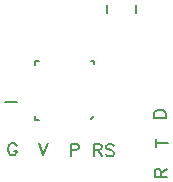
<source format=gto>
G04 DipTrace Beta 2.3.5.2*
%INsubMicroLRSv2_0603.GTO*%
%MOIN*%
%ADD13C,0.008*%
%ADD40C,0.0062*%
%FSLAX44Y44*%
G04*
G70*
G90*
G75*
G01*
%LNTop TopSilk*%
%LPD*%
X1240Y4100D2*
D13*
Y4240D1*
Y4250D2*
X1350D1*
X3080D2*
X3210D1*
Y4150D1*
X3080Y2290D2*
X3200Y2410D1*
X1230Y2400D2*
Y2280D1*
X1360D1*
X240Y2870D2*
X630D1*
X3620Y6090D2*
Y5840D1*
X4580Y6090D2*
Y5830D1*
X621Y1406D2*
D40*
X602Y1444D1*
X563Y1483D1*
X525Y1502D1*
X449D1*
X410Y1483D1*
X372Y1444D1*
X353Y1406D1*
X334Y1349D1*
Y1253D1*
X353Y1196D1*
X372Y1157D1*
X410Y1119D1*
X449Y1100D1*
X525D1*
X563Y1119D1*
X602Y1157D1*
X621Y1196D1*
Y1253D1*
X525D1*
X1354Y1494D2*
X1507Y1092D1*
X1660Y1494D1*
X2424Y1274D2*
X2596D1*
X2653Y1293D1*
X2673Y1312D1*
X2692Y1350D1*
Y1408D1*
X2673Y1446D1*
X2653Y1465D1*
X2596Y1484D1*
X2424D1*
Y1082D1*
X5414Y382D2*
Y554D1*
X5395Y612D1*
X5376Y631D1*
X5338Y650D1*
X5299D1*
X5261Y631D1*
X5242Y612D1*
X5223Y554D1*
Y382D1*
X5625D1*
X5414Y516D2*
X5625Y650D1*
X5253Y1506D2*
X5655D1*
X5253Y1372D2*
Y1640D1*
X5193Y2342D2*
X5595D1*
Y2476D1*
X5575Y2534D1*
X5537Y2572D1*
X5499Y2591D1*
X5442Y2610D1*
X5346D1*
X5288Y2591D1*
X5250Y2572D1*
X5212Y2534D1*
X5193Y2476D1*
Y2342D1*
X3193Y1280D2*
X3365D1*
X3422Y1300D1*
X3442Y1319D1*
X3461Y1357D1*
Y1395D1*
X3442Y1433D1*
X3422Y1453D1*
X3365Y1472D1*
X3193D1*
Y1070D1*
X3327Y1280D2*
X3461Y1070D1*
X3852Y1414D2*
X3814Y1453D1*
X3757Y1472D1*
X3680D1*
X3623Y1453D1*
X3584Y1414D1*
Y1376D1*
X3604Y1338D1*
X3623Y1319D1*
X3661Y1300D1*
X3776Y1261D1*
X3814Y1242D1*
X3833Y1223D1*
X3852Y1185D1*
Y1127D1*
X3814Y1089D1*
X3757Y1070D1*
X3680D1*
X3623Y1089D1*
X3584Y1127D1*
M02*

</source>
